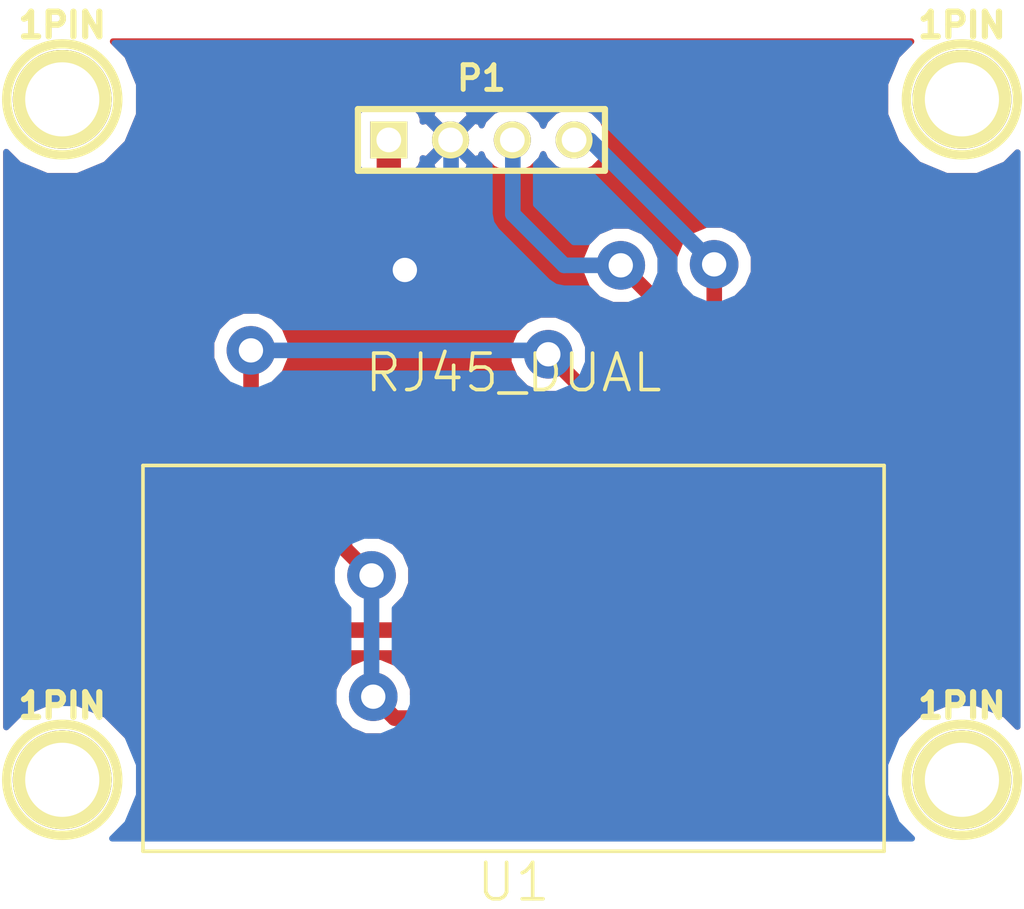
<source format=kicad_pcb>
(kicad_pcb (version 3) (host pcbnew "(2013-may-18)-stable")

  (general
    (links 17)
    (no_connects 0)
    (area 164.269499 145.063 212.721428 182.289)
    (thickness 1.6)
    (drawings 5)
    (tracks 63)
    (zones 0)
    (modules 6)
    (nets 6)
  )

  (page A3)
  (layers
    (15 F.Cu signal)
    (0 B.Cu signal)
    (16 B.Adhes user)
    (17 F.Adhes user)
    (18 B.Paste user)
    (19 F.Paste user)
    (20 B.SilkS user)
    (21 F.SilkS user)
    (22 B.Mask user)
    (23 F.Mask user)
    (24 Dwgs.User user)
    (25 Cmts.User user)
    (26 Eco1.User user)
    (27 Eco2.User user)
    (28 Edge.Cuts user)
  )

  (setup
    (last_trace_width 1)
    (user_trace_width 0.64)
    (user_trace_width 1)
    (trace_clearance 0.254)
    (zone_clearance 0.508)
    (zone_45_only yes)
    (trace_min 0.254)
    (segment_width 0.2)
    (edge_width 0.1)
    (via_size 0.889)
    (via_drill 0.635)
    (via_min_size 0.889)
    (via_min_drill 0.508)
    (user_via 2 1)
    (uvia_size 0.508)
    (uvia_drill 0.127)
    (uvias_allowed no)
    (uvia_min_size 0.508)
    (uvia_min_drill 0.127)
    (pcb_text_width 0.3)
    (pcb_text_size 1.5 1.5)
    (mod_edge_width 0.15)
    (mod_text_size 1 1)
    (mod_text_width 0.15)
    (pad_size 2 2)
    (pad_drill 1)
    (pad_to_mask_clearance 0)
    (aux_axis_origin 0 0)
    (visible_elements FFFFFFBF)
    (pcbplotparams
      (layerselection 32769)
      (usegerberextensions false)
      (excludeedgelayer true)
      (linewidth 0.150000)
      (plotframeref false)
      (viasonmask false)
      (mode 1)
      (useauxorigin false)
      (hpglpennumber 1)
      (hpglpenspeed 20)
      (hpglpendiameter 15)
      (hpglpenoverlay 2)
      (psnegative false)
      (psa4output false)
      (plotreference true)
      (plotvalue true)
      (plotothertext true)
      (plotinvisibletext false)
      (padsonsilk false)
      (subtractmaskfromsilk false)
      (outputformat 2)
      (mirror false)
      (drillshape 2)
      (scaleselection 1)
      (outputdirectory ""))
  )

  (net 0 "")
  (net 1 GND)
  (net 2 N-000001)
  (net 3 N-000003)
  (net 4 N-000004)
  (net 5 N-000005)

  (net_class Default "This is the default net class."
    (clearance 0.254)
    (trace_width 0.254)
    (via_dia 0.889)
    (via_drill 0.635)
    (uvia_dia 0.508)
    (uvia_drill 0.127)
    (add_net "")
    (add_net GND)
    (add_net N-000001)
    (add_net N-000003)
    (add_net N-000004)
    (add_net N-000005)
  )

  (module RJ45_DUAL (layer F.Cu) (tedit 544D476B) (tstamp 544D6EE5)
    (at 185.56 164.7)
    (path /544D6ABA)
    (fp_text reference U1 (at 0 16.51) (layer F.SilkS)
      (effects (font (size 1.5 1.5) (thickness 0.15)))
    )
    (fp_text value RJ45_DUAL (at 0 -4.445) (layer F.SilkS)
      (effects (font (size 1.5 1.5) (thickness 0.15)))
    )
    (fp_line (start 15.24 -0.635) (end 15.24 15.24) (layer F.SilkS) (width 0.15))
    (fp_line (start 15.24 15.24) (end -15.24 15.24) (layer F.SilkS) (width 0.15))
    (fp_line (start -15.24 15.24) (end -15.24 -0.635) (layer F.SilkS) (width 0.15))
    (fp_line (start -15.24 -0.635) (end 15.24 -0.635) (layer F.SilkS) (width 0.15))
    (pad 5 smd rect (at -6.985 -1.27) (size 0.64 2.54)
      (layers F.Cu F.Paste F.Mask)
      (net 3 N-000003)
    )
    (pad 6 smd rect (at -5.715 -1.27) (size 0.64 2.54)
      (layers F.Cu F.Paste F.Mask)
      (net 1 GND)
    )
    (pad 7 smd rect (at -4.445 -1.27) (size 0.64 2.54)
      (layers F.Cu F.Paste F.Mask)
      (net 1 GND)
    )
    (pad 8 smd rect (at -3.175 -1.27) (size 0.64 2.54)
      (layers F.Cu F.Paste F.Mask)
      (net 1 GND)
    )
    (pad 4 smd rect (at -8.255 -1.27) (size 0.64 2.54)
      (layers F.Cu F.Paste F.Mask)
      (net 4 N-000004)
    )
    (pad 3 smd rect (at -9.525 -1.27) (size 0.64 2.54)
      (layers F.Cu F.Paste F.Mask)
      (net 2 N-000001)
    )
    (pad 2 smd rect (at -10.795 -1.27) (size 0.64 2.54)
      (layers F.Cu F.Paste F.Mask)
      (net 2 N-000001)
    )
    (pad 1 smd rect (at -12.065 -1.27) (size 0.64 2.54)
      (layers F.Cu F.Paste F.Mask)
      (net 2 N-000001)
    )
    (pad 9 smd rect (at 3.175 -1.27) (size 0.64 2.54)
      (layers F.Cu F.Paste F.Mask)
      (net 2 N-000001)
    )
    (pad 10 smd rect (at 4.445 -1.27) (size 0.64 2.54)
      (layers F.Cu F.Paste F.Mask)
      (net 2 N-000001)
    )
    (pad 11 smd rect (at 5.715 -1.27) (size 0.64 2.54)
      (layers F.Cu F.Paste F.Mask)
      (net 2 N-000001)
    )
    (pad 12 smd rect (at 6.985 -1.27) (size 0.64 2.54)
      (layers F.Cu F.Paste F.Mask)
      (net 4 N-000004)
    )
    (pad 13 smd rect (at 8.255 -1.27) (size 0.64 2.54)
      (layers F.Cu F.Paste F.Mask)
      (net 3 N-000003)
    )
    (pad 14 smd rect (at 9.525 -1.27) (size 0.64 2.54)
      (layers F.Cu F.Paste F.Mask)
      (net 1 GND)
    )
    (pad 15 smd rect (at 10.795 -1.27) (size 0.64 2.54)
      (layers F.Cu F.Paste F.Mask)
      (net 1 GND)
    )
    (pad 16 smd rect (at 12.065 -1.27) (size 0.64 2.54)
      (layers F.Cu F.Paste F.Mask)
      (net 1 GND)
    )
    (pad 17 smd rect (at -13.97 10.525) (size 2.53 5.21)
      (layers F.Cu F.Paste F.Mask)
      (net 5 N-000005)
    )
    (pad 18 smd rect (at 13.97 10.525) (size 2.53 5.21)
      (layers F.Cu F.Paste F.Mask)
      (net 5 N-000005)
    )
  )

  (module 1pin (layer F.Cu) (tedit 544D70AA) (tstamp 544DCCDF)
    (at 204 149)
    (descr "module 1 pin (ou trou mecanique de percage)")
    (tags DEV)
    (path 1pin)
    (fp_text reference 1PIN (at 0 -3.048) (layer F.SilkS)
      (effects (font (size 1.016 1.016) (thickness 0.254)))
    )
    (fp_text value P*** (at 0 2.794) (layer F.SilkS) hide
      (effects (font (size 1.016 1.016) (thickness 0.254)))
    )
    (fp_circle (center 0 0) (end 0 -2.286) (layer F.SilkS) (width 0.381))
    (pad 1 thru_hole circle (at 0 0) (size 4.064 4.064) (drill 3.048)
      (layers *.Cu *.Mask F.SilkS)
      (clearance 1)
    )
  )

  (module 1pin (layer F.Cu) (tedit 544D70A5) (tstamp 544DCD10)
    (at 167 149)
    (descr "module 1 pin (ou trou mecanique de percage)")
    (tags DEV)
    (path 1pin)
    (fp_text reference 1PIN (at 0 -3.048) (layer F.SilkS)
      (effects (font (size 1.016 1.016) (thickness 0.254)))
    )
    (fp_text value P*** (at 0 2.794) (layer F.SilkS) hide
      (effects (font (size 1.016 1.016) (thickness 0.254)))
    )
    (fp_circle (center 0 0) (end 0 -2.286) (layer F.SilkS) (width 0.381))
    (pad 1 thru_hole circle (at 0 0) (size 4.064 4.064) (drill 3.048)
      (layers *.Cu *.Mask F.SilkS)
      (clearance 1)
    )
  )

  (module 1pin (layer F.Cu) (tedit 544D70AF) (tstamp 544DCD22)
    (at 204 177)
    (descr "module 1 pin (ou trou mecanique de percage)")
    (tags DEV)
    (path 1pin)
    (fp_text reference 1PIN (at 0 -3.048) (layer F.SilkS)
      (effects (font (size 1.016 1.016) (thickness 0.254)))
    )
    (fp_text value P*** (at 0 2.794) (layer F.SilkS) hide
      (effects (font (size 1.016 1.016) (thickness 0.254)))
    )
    (fp_circle (center 0 0) (end 0 -2.286) (layer F.SilkS) (width 0.381))
    (pad 1 thru_hole circle (at 0 0) (size 4.064 4.064) (drill 3.048)
      (layers *.Cu *.Mask F.SilkS)
      (clearance 1)
    )
  )

  (module 1pin (layer F.Cu) (tedit 544D70B4) (tstamp 544DCD39)
    (at 167 177)
    (descr "module 1 pin (ou trou mecanique de percage)")
    (tags DEV)
    (path 1pin)
    (fp_text reference 1PIN (at 0 -3.048) (layer F.SilkS)
      (effects (font (size 1.016 1.016) (thickness 0.254)))
    )
    (fp_text value P*** (at 0 2.794) (layer F.SilkS) hide
      (effects (font (size 1.016 1.016) (thickness 0.254)))
    )
    (fp_circle (center 0 0) (end 0 -2.286) (layer F.SilkS) (width 0.381))
    (pad 1 thru_hole circle (at 0 0) (size 4.064 4.064) (drill 3.048)
      (layers *.Cu *.Mask F.SilkS)
      (clearance 1)
    )
  )

  (module PIN_ARRAY_4x1 (layer F.Cu) (tedit 4C10F42E) (tstamp 544EA726)
    (at 184.24 150.67)
    (descr "Double rangee de contacts 2 x 5 pins")
    (tags CONN)
    (path /544EA50F)
    (fp_text reference P1 (at 0 -2.54) (layer F.SilkS)
      (effects (font (size 1.016 1.016) (thickness 0.2032)))
    )
    (fp_text value "Sub-D 9" (at 0 2.54) (layer F.SilkS) hide
      (effects (font (size 1.016 1.016) (thickness 0.2032)))
    )
    (fp_line (start 5.08 1.27) (end -5.08 1.27) (layer F.SilkS) (width 0.254))
    (fp_line (start 5.08 -1.27) (end -5.08 -1.27) (layer F.SilkS) (width 0.254))
    (fp_line (start -5.08 -1.27) (end -5.08 1.27) (layer F.SilkS) (width 0.254))
    (fp_line (start 5.08 1.27) (end 5.08 -1.27) (layer F.SilkS) (width 0.254))
    (pad 1 thru_hole rect (at -3.81 0) (size 1.524 1.524) (drill 1.016)
      (layers *.Cu *.Mask F.SilkS)
      (net 5 N-000005)
    )
    (pad 2 thru_hole circle (at -1.27 0) (size 1.524 1.524) (drill 1.016)
      (layers *.Cu *.Mask F.SilkS)
      (net 1 GND)
    )
    (pad 3 thru_hole circle (at 1.27 0) (size 1.524 1.524) (drill 1.016)
      (layers *.Cu *.Mask F.SilkS)
      (net 4 N-000004)
    )
    (pad 4 thru_hole circle (at 3.81 0) (size 1.524 1.524) (drill 1.016)
      (layers *.Cu *.Mask F.SilkS)
      (net 3 N-000003)
    )
    (model pin_array\pins_array_4x1.wrl
      (at (xyz 0 0 0))
      (scale (xyz 1 1 1))
      (rotate (xyz 0 0 0))
    )
  )

  (gr_text VSCP_USB2CAN (at 204 162.09 90) (layer F.Cu)
    (effects (font (size 1.5 1.5) (thickness 0.3)))
  )
  (gr_line (start 164.54 179.45) (end 164.54 146.52) (angle 90) (layer Eco2.User) (width 0.2))
  (gr_line (start 206.46 179.45) (end 164.54 179.45) (angle 90) (layer Eco2.User) (width 0.2))
  (gr_line (start 206.46 146.54) (end 206.46 179.45) (angle 90) (layer Eco2.User) (width 0.2))
  (gr_line (start 164.54 146.54) (end 206.46 146.54) (angle 90) (layer Eco2.User) (width 0.2))

  (segment (start 197.625 163.43) (end 196.355 163.43) (width 0.64) (layer F.Cu) (net 1))
  (segment (start 195.085 163.43) (end 196.355 163.43) (width 0.64) (layer F.Cu) (net 1))
  (segment (start 181.115 163.43) (end 182.385 163.43) (width 0.64) (layer F.Cu) (net 1))
  (segment (start 179.845 163.43) (end 181.115 163.43) (width 0.64) (layer F.Cu) (net 1))
  (segment (start 182.99 150.69) (end 182.99 154.12) (width 0.64) (layer B.Cu) (net 1))
  (segment (start 181.115 156.045) (end 181.115 158.69) (width 0.64) (layer F.Cu) (net 1) (tstamp 544D6F29))
  (segment (start 181.09 156.02) (end 181.115 156.045) (width 0.64) (layer F.Cu) (net 1) (tstamp 544D6F28))
  (via (at 181.09 156.02) (size 2) (drill 1) (layers F.Cu B.Cu) (net 1))
  (segment (start 182.99 154.12) (end 181.09 156.02) (width 0.64) (layer B.Cu) (net 1) (tstamp 544D6F26))
  (segment (start 181.115 158.69) (end 181.115 163.43) (width 0.64) (layer F.Cu) (net 1) (tstamp 544DCD06))
  (segment (start 190.005 163.43) (end 191.275 163.43) (width 0.64) (layer F.Cu) (net 2))
  (segment (start 188.735 163.43) (end 190.005 163.43) (width 0.64) (layer F.Cu) (net 2))
  (segment (start 174.765 163.43) (end 176.035 163.43) (width 0.64) (layer F.Cu) (net 2))
  (segment (start 173.495 163.43) (end 174.765 163.43) (width 0.64) (layer F.Cu) (net 2))
  (segment (start 188.735 163.43) (end 188.735 161.235) (width 0.64) (layer F.Cu) (net 2))
  (segment (start 174.765 159.335) (end 174.765 163.43) (width 0.64) (layer F.Cu) (net 2) (tstamp 544D6F7F))
  (segment (start 174.76 159.33) (end 174.765 159.335) (width 0.64) (layer F.Cu) (net 2) (tstamp 544D6F7E))
  (via (at 174.76 159.33) (size 2) (drill 1) (layers F.Cu B.Cu) (net 2))
  (segment (start 186.83 159.33) (end 174.76 159.33) (width 0.64) (layer B.Cu) (net 2) (tstamp 544D6F79))
  (segment (start 186.99 159.49) (end 186.83 159.33) (width 0.64) (layer B.Cu) (net 2) (tstamp 544D6F78))
  (via (at 186.99 159.49) (size 2) (drill 1) (layers F.Cu B.Cu) (net 2))
  (segment (start 188.735 161.235) (end 186.99 159.49) (width 0.64) (layer F.Cu) (net 2) (tstamp 544D6F73))
  (segment (start 193.815 163.43) (end 193.815 172.665) (width 0.64) (layer F.Cu) (net 3))
  (segment (start 178.61 163.465) (end 178.575 163.43) (width 0.64) (layer F.Cu) (net 3) (tstamp 544D6F63))
  (segment (start 178.61 167.48) (end 178.61 163.465) (width 0.64) (layer F.Cu) (net 3) (tstamp 544D6F62))
  (segment (start 179.72 168.59) (end 178.61 167.48) (width 0.64) (layer F.Cu) (net 3) (tstamp 544D6F61))
  (via (at 179.72 168.59) (size 2) (drill 1) (layers F.Cu B.Cu) (net 3))
  (segment (start 179.72 173.51) (end 179.72 168.59) (width 0.64) (layer B.Cu) (net 3) (tstamp 544D6F5F))
  (segment (start 179.79 173.58) (end 179.72 173.51) (width 0.64) (layer B.Cu) (net 3) (tstamp 544D6F5E))
  (via (at 179.79 173.58) (size 2) (drill 1) (layers F.Cu B.Cu) (net 3))
  (segment (start 180.67 174.46) (end 179.79 173.58) (width 0.64) (layer F.Cu) (net 3) (tstamp 544D6F5C))
  (segment (start 192.02 174.46) (end 180.67 174.46) (width 0.64) (layer F.Cu) (net 3) (tstamp 544D6F5B))
  (segment (start 193.815 172.665) (end 192.02 174.46) (width 0.64) (layer F.Cu) (net 3) (tstamp 544D6F5A))
  (segment (start 188.07 150.69) (end 188.71 150.69) (width 0.64) (layer B.Cu) (net 3))
  (segment (start 193.815 155.795) (end 193.815 163.43) (width 0.64) (layer F.Cu) (net 3) (tstamp 544D6F4F))
  (segment (start 193.81 155.79) (end 193.815 155.795) (width 0.64) (layer F.Cu) (net 3) (tstamp 544D6F4E))
  (via (at 193.81 155.79) (size 2) (drill 1) (layers F.Cu B.Cu) (net 3))
  (segment (start 188.71 150.69) (end 193.81 155.79) (width 0.64) (layer B.Cu) (net 3) (tstamp 544D6F47))
  (segment (start 192.545 163.43) (end 192.545 169.975) (width 0.64) (layer F.Cu) (net 4))
  (segment (start 177.305 169.725) (end 177.305 163.43) (width 0.64) (layer F.Cu) (net 4) (tstamp 544D6F57))
  (segment (start 178.42 170.84) (end 177.305 169.725) (width 0.64) (layer F.Cu) (net 4) (tstamp 544D6F56))
  (segment (start 191.68 170.84) (end 178.42 170.84) (width 0.64) (layer F.Cu) (net 4) (tstamp 544D6F55))
  (segment (start 192.545 169.975) (end 191.68 170.84) (width 0.64) (layer F.Cu) (net 4) (tstamp 544D6F52))
  (segment (start 185.53 150.69) (end 185.53 153.72) (width 0.64) (layer B.Cu) (net 4))
  (segment (start 192.545 160.655) (end 192.545 163.43) (width 0.64) (layer F.Cu) (net 4) (tstamp 544D6F43))
  (segment (start 191.95 160.06) (end 192.545 160.655) (width 0.64) (layer F.Cu) (net 4) (tstamp 544D6F42))
  (segment (start 191.95 157.81) (end 191.95 160.06) (width 0.64) (layer F.Cu) (net 4) (tstamp 544D6F41))
  (segment (start 189.97 155.83) (end 191.95 157.81) (width 0.64) (layer F.Cu) (net 4) (tstamp 544D6F40))
  (via (at 189.97 155.83) (size 2) (drill 1) (layers F.Cu B.Cu) (net 4))
  (segment (start 187.64 155.83) (end 189.97 155.83) (width 0.64) (layer B.Cu) (net 4) (tstamp 544D6F36))
  (segment (start 185.53 153.72) (end 187.64 155.83) (width 0.64) (layer B.Cu) (net 4) (tstamp 544D6F32))
  (segment (start 171.59 175.225) (end 171.59 172.44) (width 1) (layer F.Cu) (net 5))
  (segment (start 180.43 152.83) (end 180.43 150.67) (width 1) (layer F.Cu) (net 5) (tstamp 544EA7AC))
  (segment (start 179.04 154.22) (end 180.43 152.83) (width 1) (layer F.Cu) (net 5) (tstamp 544EA7AB))
  (segment (start 173.72 154.22) (end 179.04 154.22) (width 1) (layer F.Cu) (net 5) (tstamp 544EA7AA))
  (segment (start 169.4 158.54) (end 173.72 154.22) (width 1) (layer F.Cu) (net 5) (tstamp 544EA7A8))
  (segment (start 169.4 170.25) (end 169.4 158.54) (width 1) (layer F.Cu) (net 5) (tstamp 544EA7A7))
  (segment (start 171.59 172.44) (end 169.4 170.25) (width 1) (layer F.Cu) (net 5) (tstamp 544EA7A6))
  (segment (start 199.53 175.225) (end 196.955 175.225) (width 1) (layer F.Cu) (net 5))
  (segment (start 174.445 175.225) (end 171.59 175.225) (width 1) (layer F.Cu) (net 5) (tstamp 544EA7A3))
  (segment (start 176.34 177.12) (end 174.445 175.225) (width 1) (layer F.Cu) (net 5) (tstamp 544EA7A2))
  (segment (start 195.06 177.12) (end 176.34 177.12) (width 1) (layer F.Cu) (net 5) (tstamp 544EA7A0))
  (segment (start 196.955 175.225) (end 195.06 177.12) (width 1) (layer F.Cu) (net 5) (tstamp 544EA79E))

  (zone (net 0) (net_name "") (layer F.Cu) (tstamp 544DCD6F) (hatch edge 0.508)
    (connect_pads (clearance 0.508))
    (min_thickness 0.254)
    (keepout (tracks not_allowed) (vias not_allowed) (copperpour allowed))
    (fill (arc_segments 16) (thermal_gap 0.508) (thermal_bridge_width 0.508))
    (polygon
      (pts
        (xy 205.35 171.03) (xy 202.44 171.03) (xy 202.44 153.3) (xy 205.35 153.3)
      )
    )
  )
  (zone (net 1) (net_name GND) (layer F.Cu) (tstamp 544DCD70) (hatch edge 0.508)
    (connect_pads (clearance 0.508))
    (min_thickness 0.254)
    (fill (arc_segments 16) (thermal_gap 0.508) (thermal_bridge_width 0.508))
    (polygon
      (pts
        (xy 206.41 179.46) (xy 164.57 179.46) (xy 164.57 146.49) (xy 206.41 146.49)
      )
    )
    (filled_polygon
      (pts
        (xy 206.283 174.815584) (xy 205.835 174.366801) (xy 205.835 171.446428) (xy 205.835 152.733572) (xy 201.865 152.733572)
        (xy 201.865 171.446428) (xy 205.835 171.446428) (xy 205.835 174.366801) (xy 205.791766 174.323492) (xy 204.631121 173.84155)
        (xy 203.374393 173.840453) (xy 202.212908 174.320369) (xy 201.43011 175.101801) (xy 201.43011 172.494245) (xy 201.333641 172.260771)
        (xy 201.155168 172.081987) (xy 200.921864 171.985111) (xy 200.669245 171.98489) (xy 198.58011 171.98489) (xy 198.58011 164.574245)
        (xy 198.58011 162.285755) (xy 198.579889 162.033136) (xy 198.483013 161.799832) (xy 198.304229 161.621359) (xy 198.070755 161.52489)
        (xy 197.91075 161.525) (xy 197.752 161.68375) (xy 197.752 163.303) (xy 198.42125 163.303) (xy 198.58 163.14425)
        (xy 198.58011 162.285755) (xy 198.58011 164.574245) (xy 198.58 163.71575) (xy 198.42125 163.557) (xy 197.752 163.557)
        (xy 197.752 165.17625) (xy 197.91075 165.335) (xy 198.070755 165.33511) (xy 198.304229 165.238641) (xy 198.483013 165.060168)
        (xy 198.579889 164.826864) (xy 198.58011 164.574245) (xy 198.58011 171.98489) (xy 198.139245 171.98489) (xy 197.905771 172.081359)
        (xy 197.726987 172.259832) (xy 197.630111 172.493136) (xy 197.62989 172.745755) (xy 197.62989 174.09) (xy 197.498 174.09)
        (xy 197.498 165.17625) (xy 197.498 163.557) (xy 197.498 163.303) (xy 197.498 161.68375) (xy 197.33925 161.525)
        (xy 197.179245 161.52489) (xy 196.99 161.603084) (xy 196.800755 161.52489) (xy 196.64075 161.525) (xy 196.482 161.68375)
        (xy 196.482 163.303) (xy 196.82875 163.303) (xy 197.15125 163.303) (xy 197.498 163.303) (xy 197.498 163.557)
        (xy 197.15125 163.557) (xy 196.82875 163.557) (xy 196.482 163.557) (xy 196.482 165.17625) (xy 196.64075 165.335)
        (xy 196.800755 165.33511) (xy 196.99 165.256915) (xy 197.179245 165.33511) (xy 197.33925 165.335) (xy 197.498 165.17625)
        (xy 197.498 174.09) (xy 196.955 174.09) (xy 196.520654 174.176397) (xy 196.228 174.371941) (xy 196.228 165.17625)
        (xy 196.228 163.557) (xy 196.228 163.303) (xy 196.228 161.68375) (xy 196.06925 161.525) (xy 195.909245 161.52489)
        (xy 195.72 161.603084) (xy 195.530755 161.52489) (xy 195.445284 161.524948) (xy 195.445284 155.466205) (xy 195.196894 154.865057)
        (xy 194.737363 154.404722) (xy 194.136648 154.155284) (xy 193.486205 154.154716) (xy 192.885057 154.403106) (xy 192.424722 154.862637)
        (xy 192.175284 155.463352) (xy 192.174716 156.113795) (xy 192.423106 156.714943) (xy 192.86 157.152601) (xy 192.86 157.583769)
        (xy 192.832305 157.444537) (xy 192.625287 157.134713) (xy 192.625286 157.134712) (xy 191.604753 156.114179) (xy 191.605284 155.506205)
        (xy 191.356894 154.905057) (xy 190.897363 154.444722) (xy 190.296648 154.195284) (xy 189.646205 154.194716) (xy 189.447241 154.276926)
        (xy 189.447241 150.393339) (xy 189.235009 149.879697) (xy 188.84237 149.486372) (xy 188.329099 149.273244) (xy 187.773339 149.272759)
        (xy 187.259697 149.484991) (xy 186.866372 149.87763) (xy 186.78005 150.085514) (xy 186.695009 149.879697) (xy 186.30237 149.486372)
        (xy 185.789099 149.273244) (xy 185.233339 149.272759) (xy 184.719697 149.484991) (xy 184.326372 149.87763) (xy 184.246605 150.06973)
        (xy 184.192396 149.938858) (xy 183.950212 149.869393) (xy 183.770607 150.048998) (xy 183.770607 149.689788) (xy 183.701142 149.447604)
        (xy 183.177696 149.260857) (xy 182.622631 149.28864) (xy 182.238858 149.447604) (xy 182.169393 149.689788) (xy 182.97 150.490395)
        (xy 183.770607 149.689788) (xy 183.770607 150.048998) (xy 183.149605 150.67) (xy 183.950212 151.470607) (xy 184.192396 151.401142)
        (xy 184.242508 151.260678) (xy 184.324991 151.460303) (xy 184.71763 151.853628) (xy 185.230901 152.066756) (xy 185.786661 152.067241)
        (xy 186.300303 151.855009) (xy 186.693628 151.46237) (xy 186.779949 151.254485) (xy 186.864991 151.460303) (xy 187.25763 151.853628)
        (xy 187.770901 152.066756) (xy 188.326661 152.067241) (xy 188.840303 151.855009) (xy 189.233628 151.46237) (xy 189.446756 150.949099)
        (xy 189.447241 150.393339) (xy 189.447241 154.276926) (xy 189.045057 154.443106) (xy 188.584722 154.902637) (xy 188.335284 155.503352)
        (xy 188.334716 156.153795) (xy 188.583106 156.754943) (xy 189.042637 157.215278) (xy 189.643352 157.464716) (xy 190.254675 157.465249)
        (xy 190.995 158.205574) (xy 190.995 160.06) (xy 191.067695 160.425463) (xy 191.274713 160.735287) (xy 191.59 161.050574)
        (xy 191.59 161.524995) (xy 191.469245 161.52489) (xy 190.829245 161.52489) (xy 190.639821 161.603157) (xy 190.451864 161.525111)
        (xy 190.199245 161.52489) (xy 189.69 161.52489) (xy 189.69 161.235) (xy 189.617305 160.869537) (xy 189.410287 160.559713)
        (xy 188.624753 159.774179) (xy 188.625284 159.166205) (xy 188.376894 158.565057) (xy 187.917363 158.104722) (xy 187.316648 157.855284)
        (xy 186.666205 157.854716) (xy 186.065057 158.103106) (xy 185.604722 158.562637) (xy 185.355284 159.163352) (xy 185.354716 159.813795)
        (xy 185.603106 160.414943) (xy 186.062637 160.875278) (xy 186.663352 161.124716) (xy 187.274675 161.125249) (xy 187.78 161.630574)
        (xy 187.78 162.160017) (xy 187.77989 162.285755) (xy 187.77989 164.825755) (xy 187.876359 165.059229) (xy 188.054832 165.238013)
        (xy 188.288136 165.334889) (xy 188.540755 165.33511) (xy 189.180755 165.33511) (xy 189.370178 165.256842) (xy 189.558136 165.334889)
        (xy 189.810755 165.33511) (xy 190.450755 165.33511) (xy 190.640178 165.256842) (xy 190.828136 165.334889) (xy 191.080755 165.33511)
        (xy 191.59 165.33511) (xy 191.59 169.579426) (xy 191.284426 169.885) (xy 183.770607 169.885) (xy 183.770607 151.650212)
        (xy 182.97 150.849605) (xy 182.169393 151.650212) (xy 182.238858 151.892396) (xy 182.762304 152.079143) (xy 183.317369 152.05136)
        (xy 183.701142 151.892396) (xy 183.770607 151.650212) (xy 183.770607 169.885) (xy 183.34011 169.885) (xy 183.34011 164.574245)
        (xy 183.34011 162.285755) (xy 183.339889 162.033136) (xy 183.243013 161.799832) (xy 183.064229 161.621359) (xy 182.830755 161.52489)
        (xy 182.67075 161.525) (xy 182.512 161.68375) (xy 182.512 163.303) (xy 183.18125 163.303) (xy 183.34 163.14425)
        (xy 183.34011 162.285755) (xy 183.34011 164.574245) (xy 183.34 163.71575) (xy 183.18125 163.557) (xy 182.512 163.557)
        (xy 182.512 165.17625) (xy 182.67075 165.335) (xy 182.830755 165.33511) (xy 183.064229 165.238641) (xy 183.243013 165.060168)
        (xy 183.339889 164.826864) (xy 183.34011 164.574245) (xy 183.34011 169.885) (xy 182.258 169.885) (xy 182.258 165.17625)
        (xy 182.258 163.557) (xy 182.258 163.303) (xy 182.258 161.68375) (xy 182.09925 161.525) (xy 181.939245 161.52489)
        (xy 181.75 161.603084) (xy 181.560755 161.52489) (xy 181.40075 161.525) (xy 181.242 161.68375) (xy 181.242 163.303)
        (xy 181.58875 163.303) (xy 181.91125 163.303) (xy 182.258 163.303) (xy 182.258 163.557) (xy 181.91125 163.557)
        (xy 181.58875 163.557) (xy 181.242 163.557) (xy 181.242 165.17625) (xy 181.40075 165.335) (xy 181.560755 165.33511)
        (xy 181.75 165.256915) (xy 181.939245 165.33511) (xy 182.09925 165.335) (xy 182.258 165.17625) (xy 182.258 169.885)
        (xy 180.736997 169.885) (xy 181.105278 169.517363) (xy 181.354716 168.916648) (xy 181.355284 168.266205) (xy 181.106894 167.665057)
        (xy 180.988 167.545954) (xy 180.988 165.17625) (xy 180.988 163.557) (xy 180.988 163.303) (xy 180.988 161.68375)
        (xy 180.82925 161.525) (xy 180.669245 161.52489) (xy 180.48 161.603084) (xy 180.290755 161.52489) (xy 180.13075 161.525)
        (xy 179.972 161.68375) (xy 179.972 163.303) (xy 180.31875 163.303) (xy 180.64125 163.303) (xy 180.988 163.303)
        (xy 180.988 163.557) (xy 180.64125 163.557) (xy 180.31875 163.557) (xy 179.972 163.557) (xy 179.972 165.17625)
        (xy 180.13075 165.335) (xy 180.290755 165.33511) (xy 180.48 165.256915) (xy 180.669245 165.33511) (xy 180.82925 165.335)
        (xy 180.988 165.17625) (xy 180.988 167.545954) (xy 180.647363 167.204722) (xy 180.046648 166.955284) (xy 179.565 166.954863)
        (xy 179.565 165.32925) (xy 179.718 165.17625) (xy 179.718 163.557) (xy 179.698 163.557) (xy 179.698 163.303)
        (xy 179.718 163.303) (xy 179.718 161.68375) (xy 179.55925 161.525) (xy 179.399245 161.52489) (xy 179.209821 161.603157)
        (xy 179.021864 161.525111) (xy 178.769245 161.52489) (xy 178.129245 161.52489) (xy 177.939821 161.603157) (xy 177.751864 161.525111)
        (xy 177.499245 161.52489) (xy 176.859245 161.52489) (xy 176.669821 161.603157) (xy 176.481864 161.525111) (xy 176.229245 161.52489)
        (xy 175.72 161.52489) (xy 175.72 160.681898) (xy 176.145278 160.257363) (xy 176.394716 159.656648) (xy 176.395284 159.006205)
        (xy 176.146894 158.405057) (xy 175.687363 157.944722) (xy 175.086648 157.695284) (xy 174.436205 157.694716) (xy 173.835057 157.943106)
        (xy 173.374722 158.402637) (xy 173.125284 159.003352) (xy 173.124716 159.653795) (xy 173.373106 160.254943) (xy 173.81 160.692601)
        (xy 173.81 161.524995) (xy 173.689245 161.52489) (xy 173.049245 161.52489) (xy 172.815771 161.621359) (xy 172.636987 161.799832)
        (xy 172.540111 162.033136) (xy 172.53989 162.285755) (xy 172.53989 164.825755) (xy 172.636359 165.059229) (xy 172.814832 165.238013)
        (xy 173.048136 165.334889) (xy 173.300755 165.33511) (xy 173.940755 165.33511) (xy 174.130178 165.256842) (xy 174.318136 165.334889)
        (xy 174.570755 165.33511) (xy 175.210755 165.33511) (xy 175.400178 165.256842) (xy 175.588136 165.334889) (xy 175.840755 165.33511)
        (xy 176.35 165.33511) (xy 176.35 169.725) (xy 176.422695 170.090463) (xy 176.629713 170.400287) (xy 177.744713 171.515287)
        (xy 178.054537 171.722305) (xy 178.42 171.795) (xy 191.68 171.795) (xy 192.045462 171.722305) (xy 192.045463 171.722305)
        (xy 192.355287 171.515287) (xy 192.86 171.010573) (xy 192.86 172.269426) (xy 191.624425 173.505) (xy 181.425066 173.505)
        (xy 181.425284 173.256205) (xy 181.176894 172.655057) (xy 180.717363 172.194722) (xy 180.116648 171.945284) (xy 179.466205 171.944716)
        (xy 178.865057 172.193106) (xy 178.404722 172.652637) (xy 178.155284 173.253352) (xy 178.154716 173.903795) (xy 178.403106 174.504943)
        (xy 178.862637 174.965278) (xy 179.463352 175.214716) (xy 180.113795 175.215284) (xy 180.114191 175.21512) (xy 180.304537 175.342305)
        (xy 180.669999 175.414999) (xy 180.67 175.415) (xy 192.02 175.415) (xy 192.385462 175.342305) (xy 192.385463 175.342305)
        (xy 192.695287 175.135287) (xy 194.490287 173.340287) (xy 194.697305 173.030463) (xy 194.77 172.665) (xy 194.77 165.33502)
        (xy 194.79925 165.335) (xy 194.958 165.17625) (xy 194.958 163.557) (xy 194.938 163.557) (xy 194.938 163.303)
        (xy 194.958 163.303) (xy 194.958 161.68375) (xy 194.79925 161.525) (xy 194.77 161.524979) (xy 194.77 157.141898)
        (xy 195.195278 156.717363) (xy 195.444716 156.116648) (xy 195.445284 155.466205) (xy 195.445284 161.524948) (xy 195.37075 161.525)
        (xy 195.212 161.68375) (xy 195.212 163.303) (xy 195.55875 163.303) (xy 195.88125 163.303) (xy 196.228 163.303)
        (xy 196.228 163.557) (xy 195.88125 163.557) (xy 195.55875 163.557) (xy 195.212 163.557) (xy 195.212 165.17625)
        (xy 195.37075 165.335) (xy 195.530755 165.33511) (xy 195.72 165.256915) (xy 195.909245 165.33511) (xy 196.06925 165.335)
        (xy 196.228 165.17625) (xy 196.228 174.371941) (xy 196.152433 174.422434) (xy 194.589867 175.985) (xy 176.810132 175.985)
        (xy 175.247566 174.422434) (xy 174.879346 174.176397) (xy 174.445 174.09) (xy 173.49011 174.09) (xy 173.49011 172.494245)
        (xy 173.393641 172.260771) (xy 173.215168 172.081987) (xy 172.981864 171.985111) (xy 172.729245 171.98489) (xy 172.624728 171.98489)
        (xy 172.392566 171.637434) (xy 172.392566 171.637433) (xy 170.535 169.779867) (xy 170.535 159.010132) (xy 174.190132 155.355)
        (xy 179.04 155.355) (xy 179.474345 155.268603) (xy 179.474346 155.268603) (xy 179.842566 155.022566) (xy 181.232566 153.632567)
        (xy 181.232566 153.632566) (xy 181.478603 153.264346) (xy 181.564999 152.830001) (xy 181.565 152.83) (xy 181.565 151.956893)
        (xy 181.730013 151.792168) (xy 181.826889 151.558864) (xy 181.827007 151.423916) (xy 181.989788 151.470607) (xy 182.790395 150.67)
        (xy 181.989788 149.869393) (xy 181.82711 149.916053) (xy 181.82711 149.782245) (xy 181.730641 149.548771) (xy 181.552168 149.369987)
        (xy 181.318864 149.273111) (xy 181.066245 149.27289) (xy 179.542245 149.27289) (xy 179.308771 149.369359) (xy 179.129987 149.547832)
        (xy 179.033111 149.781136) (xy 179.03289 150.033755) (xy 179.03289 151.557755) (xy 179.129359 151.791229) (xy 179.295 151.957158)
        (xy 179.295 152.359867) (xy 178.569867 153.085) (xy 173.72 153.085) (xy 173.285654 153.171397) (xy 172.917433 153.417434)
        (xy 168.597434 157.737434) (xy 168.351397 158.105654) (xy 168.265 158.54) (xy 168.265 170.25) (xy 168.351397 170.684346)
        (xy 168.597434 171.052566) (xy 169.79585 172.250983) (xy 169.786987 172.259832) (xy 169.690111 172.493136) (xy 169.68989 172.745755)
        (xy 169.68989 175.237736) (xy 169.679631 175.212908) (xy 168.791766 174.323492) (xy 167.631121 173.84155) (xy 166.374393 173.840453)
        (xy 165.212908 174.320369) (xy 164.697 174.835377) (xy 164.697 151.16438) (xy 165.208234 151.676508) (xy 166.368879 152.15845)
        (xy 167.625607 152.159547) (xy 168.787092 151.679631) (xy 169.676508 150.791766) (xy 170.15845 149.631121) (xy 170.159547 148.374393)
        (xy 169.679631 147.212908) (xy 169.084762 146.617) (xy 201.915758 146.617) (xy 201.323492 147.208234) (xy 200.84155 148.368879)
        (xy 200.840453 149.625607) (xy 201.320369 150.787092) (xy 202.208234 151.676508) (xy 203.368879 152.15845) (xy 204.625607 152.159547)
        (xy 205.787092 151.679631) (xy 206.283 151.184587) (xy 206.283 174.815584)
      )
    )
  )
  (zone (net 1) (net_name GND) (layer B.Cu) (tstamp 544DCD71) (hatch edge 0.508)
    (connect_pads (clearance 0.508))
    (min_thickness 0.254)
    (fill (arc_segments 16) (thermal_gap 0.508) (thermal_bridge_width 0.508))
    (polygon
      (pts
        (xy 164.65 146.56) (xy 206.41 146.56) (xy 206.41 179.54) (xy 164.57 179.54) (xy 164.57 146.56)
        (xy 164.65 146.56)
      )
    )
    (filled_polygon
      (pts
        (xy 206.283 174.815584) (xy 205.791766 174.323492) (xy 204.631121 173.84155) (xy 203.374393 173.840453) (xy 202.212908 174.320369)
        (xy 201.323492 175.208234) (xy 200.84155 176.368879) (xy 200.840453 177.625607) (xy 201.320369 178.787092) (xy 201.945185 179.413)
        (xy 195.445284 179.413) (xy 195.445284 155.466205) (xy 195.196894 154.865057) (xy 194.737363 154.404722) (xy 194.136648 154.155284)
        (xy 193.525324 154.15475) (xy 189.385287 150.014713) (xy 189.254759 149.927497) (xy 189.235009 149.879697) (xy 188.84237 149.486372)
        (xy 188.329099 149.273244) (xy 187.773339 149.272759) (xy 187.259697 149.484991) (xy 186.866372 149.87763) (xy 186.78005 150.085514)
        (xy 186.695009 149.879697) (xy 186.30237 149.486372) (xy 185.789099 149.273244) (xy 185.233339 149.272759) (xy 184.719697 149.484991)
        (xy 184.326372 149.87763) (xy 184.246605 150.06973) (xy 184.192396 149.938858) (xy 183.950212 149.869393) (xy 183.770607 150.048998)
        (xy 183.770607 149.689788) (xy 183.701142 149.447604) (xy 183.177696 149.260857) (xy 182.622631 149.28864) (xy 182.238858 149.447604)
        (xy 182.169393 149.689788) (xy 182.97 150.490395) (xy 183.770607 149.689788) (xy 183.770607 150.048998) (xy 183.149605 150.67)
        (xy 183.950212 151.470607) (xy 184.192396 151.401142) (xy 184.242508 151.260678) (xy 184.324991 151.460303) (xy 184.575 151.710748)
        (xy 184.575 153.72) (xy 184.647695 154.085463) (xy 184.854713 154.395287) (xy 186.964713 156.505287) (xy 187.274537 156.712305)
        (xy 187.64 156.785) (xy 188.61311 156.785) (xy 189.042637 157.215278) (xy 189.643352 157.464716) (xy 190.293795 157.465284)
        (xy 190.894943 157.216894) (xy 191.355278 156.757363) (xy 191.604716 156.156648) (xy 191.605284 155.506205) (xy 191.356894 154.905057)
        (xy 190.897363 154.444722) (xy 190.296648 154.195284) (xy 189.646205 154.194716) (xy 189.045057 154.443106) (xy 188.612407 154.875)
        (xy 188.035574 154.875) (xy 186.485 153.324426) (xy 186.485 151.670634) (xy 186.693628 151.46237) (xy 186.779949 151.254485)
        (xy 186.864991 151.460303) (xy 187.25763 151.853628) (xy 187.770901 152.066756) (xy 188.326661 152.067241) (xy 188.616788 151.947362)
        (xy 192.175246 155.50582) (xy 192.174716 156.113795) (xy 192.423106 156.714943) (xy 192.882637 157.175278) (xy 193.483352 157.424716)
        (xy 194.133795 157.425284) (xy 194.734943 157.176894) (xy 195.195278 156.717363) (xy 195.444716 156.116648) (xy 195.445284 155.466205)
        (xy 195.445284 179.413) (xy 188.625284 179.413) (xy 188.625284 159.166205) (xy 188.376894 158.565057) (xy 187.917363 158.104722)
        (xy 187.316648 157.855284) (xy 186.666205 157.854716) (xy 186.065057 158.103106) (xy 185.792687 158.375) (xy 183.770607 158.375)
        (xy 183.770607 151.650212) (xy 182.97 150.849605) (xy 182.790395 151.02921) (xy 182.790395 150.67) (xy 181.989788 149.869393)
        (xy 181.82711 149.916053) (xy 181.82711 149.782245) (xy 181.730641 149.548771) (xy 181.552168 149.369987) (xy 181.318864 149.273111)
        (xy 181.066245 149.27289) (xy 179.542245 149.27289) (xy 179.308771 149.369359) (xy 179.129987 149.547832) (xy 179.033111 149.781136)
        (xy 179.03289 150.033755) (xy 179.03289 151.557755) (xy 179.129359 151.791229) (xy 179.307832 151.970013) (xy 179.541136 152.066889)
        (xy 179.793755 152.06711) (xy 181.317755 152.06711) (xy 181.551229 151.970641) (xy 181.730013 151.792168) (xy 181.826889 151.558864)
        (xy 181.827007 151.423916) (xy 181.989788 151.470607) (xy 182.790395 150.67) (xy 182.790395 151.02921) (xy 182.169393 151.650212)
        (xy 182.238858 151.892396) (xy 182.762304 152.079143) (xy 183.317369 152.05136) (xy 183.701142 151.892396) (xy 183.770607 151.650212)
        (xy 183.770607 158.375) (xy 176.116889 158.375) (xy 175.687363 157.944722) (xy 175.086648 157.695284) (xy 174.436205 157.694716)
        (xy 173.835057 157.943106) (xy 173.374722 158.402637) (xy 173.125284 159.003352) (xy 173.124716 159.653795) (xy 173.373106 160.254943)
        (xy 173.832637 160.715278) (xy 174.433352 160.964716) (xy 175.083795 160.965284) (xy 175.684943 160.716894) (xy 176.117592 160.285)
        (xy 185.549414 160.285) (xy 185.603106 160.414943) (xy 186.062637 160.875278) (xy 186.663352 161.124716) (xy 187.313795 161.125284)
        (xy 187.914943 160.876894) (xy 188.375278 160.417363) (xy 188.624716 159.816648) (xy 188.625284 159.166205) (xy 188.625284 179.413)
        (xy 181.425284 179.413) (xy 181.425284 173.256205) (xy 181.176894 172.655057) (xy 180.717363 172.194722) (xy 180.675 172.177131)
        (xy 180.675 169.946889) (xy 181.105278 169.517363) (xy 181.354716 168.916648) (xy 181.355284 168.266205) (xy 181.106894 167.665057)
        (xy 180.647363 167.204722) (xy 180.046648 166.955284) (xy 179.396205 166.954716) (xy 178.795057 167.203106) (xy 178.334722 167.662637)
        (xy 178.085284 168.263352) (xy 178.084716 168.913795) (xy 178.333106 169.514943) (xy 178.765 169.947592) (xy 178.765 172.292988)
        (xy 178.404722 172.652637) (xy 178.155284 173.253352) (xy 178.154716 173.903795) (xy 178.403106 174.504943) (xy 178.862637 174.965278)
        (xy 179.463352 175.214716) (xy 180.113795 175.215284) (xy 180.714943 174.966894) (xy 181.175278 174.507363) (xy 181.424716 173.906648)
        (xy 181.425284 173.256205) (xy 181.425284 179.413) (xy 169.054188 179.413) (xy 169.676508 178.791766) (xy 170.15845 177.631121)
        (xy 170.159547 176.374393) (xy 169.679631 175.212908) (xy 168.791766 174.323492) (xy 167.631121 173.84155) (xy 166.374393 173.840453)
        (xy 165.212908 174.320369) (xy 164.697 174.835377) (xy 164.697 151.16438) (xy 165.208234 151.676508) (xy 166.368879 152.15845)
        (xy 167.625607 152.159547) (xy 168.787092 151.679631) (xy 169.676508 150.791766) (xy 170.15845 149.631121) (xy 170.159547 148.374393)
        (xy 169.679631 147.212908) (xy 169.15464 146.687) (xy 201.845636 146.687) (xy 201.323492 147.208234) (xy 200.84155 148.368879)
        (xy 200.840453 149.625607) (xy 201.320369 150.787092) (xy 202.208234 151.676508) (xy 203.368879 152.15845) (xy 204.625607 152.159547)
        (xy 205.787092 151.679631) (xy 206.283 151.184587) (xy 206.283 174.815584)
      )
    )
  )
)

</source>
